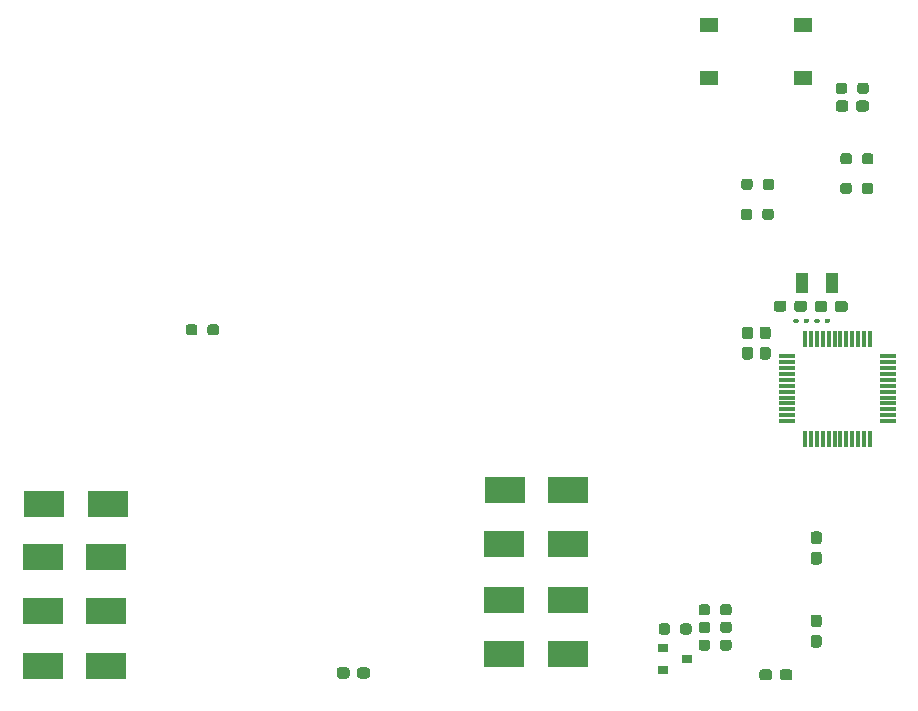
<source format=gbr>
G04 #@! TF.GenerationSoftware,KiCad,Pcbnew,5.1.9*
G04 #@! TF.CreationDate,2021-04-04T11:54:02+02:00*
G04 #@! TF.ProjectId,Robot volledig,526f626f-7420-4766-9f6c-6c656469672e,rev?*
G04 #@! TF.SameCoordinates,Original*
G04 #@! TF.FileFunction,Paste,Top*
G04 #@! TF.FilePolarity,Positive*
%FSLAX46Y46*%
G04 Gerber Fmt 4.6, Leading zero omitted, Abs format (unit mm)*
G04 Created by KiCad (PCBNEW 5.1.9) date 2021-04-04 11:54:02*
%MOMM*%
%LPD*%
G01*
G04 APERTURE LIST*
%ADD10R,1.550000X1.300000*%
%ADD11R,0.300000X1.475000*%
%ADD12R,1.475000X0.300000*%
%ADD13R,3.500000X2.300000*%
%ADD14R,1.000000X1.800000*%
%ADD15R,0.900000X0.800000*%
G04 APERTURE END LIST*
D10*
X181915000Y-68906000D03*
X189865000Y-68906000D03*
X181915000Y-73406000D03*
X189865000Y-73406000D03*
D11*
X190071560Y-95487480D03*
X190571560Y-95487480D03*
X191071560Y-95487480D03*
X191571560Y-95487480D03*
X192071560Y-95487480D03*
X192571560Y-95487480D03*
X193071560Y-95487480D03*
X193571560Y-95487480D03*
X194071560Y-95487480D03*
X194571560Y-95487480D03*
X195071560Y-95487480D03*
X195571560Y-95487480D03*
D12*
X197059560Y-96975480D03*
X197059560Y-97475480D03*
X197059560Y-97975480D03*
X197059560Y-98475480D03*
X197059560Y-98975480D03*
X197059560Y-99475480D03*
X197059560Y-99975480D03*
X197059560Y-100475480D03*
X197059560Y-100975480D03*
X197059560Y-101475480D03*
X197059560Y-101975480D03*
X197059560Y-102475480D03*
D11*
X195571560Y-103963480D03*
X195071560Y-103963480D03*
X194571560Y-103963480D03*
X194071560Y-103963480D03*
X193571560Y-103963480D03*
X193071560Y-103963480D03*
X192571560Y-103963480D03*
X192071560Y-103963480D03*
X191571560Y-103963480D03*
X191071560Y-103963480D03*
X190571560Y-103963480D03*
X190071560Y-103963480D03*
D12*
X188583560Y-102475480D03*
X188583560Y-101975480D03*
X188583560Y-101475480D03*
X188583560Y-100975480D03*
X188583560Y-100475480D03*
X188583560Y-99975480D03*
X188583560Y-99475480D03*
X188583560Y-98975480D03*
X188583560Y-98475480D03*
X188583560Y-97975480D03*
X188583560Y-97475480D03*
X188583560Y-96975480D03*
D13*
X130926840Y-123195080D03*
X125526840Y-123195080D03*
G36*
G01*
X152152060Y-124026940D02*
X152152060Y-123551940D01*
G75*
G02*
X152389560Y-123314440I237500J0D01*
G01*
X152989560Y-123314440D01*
G75*
G02*
X153227060Y-123551940I0J-237500D01*
G01*
X153227060Y-124026940D01*
G75*
G02*
X152989560Y-124264440I-237500J0D01*
G01*
X152389560Y-124264440D01*
G75*
G02*
X152152060Y-124026940I0J237500D01*
G01*
G37*
G36*
G01*
X150427060Y-124026940D02*
X150427060Y-123551940D01*
G75*
G02*
X150664560Y-123314440I237500J0D01*
G01*
X151264560Y-123314440D01*
G75*
G02*
X151502060Y-123551940I0J-237500D01*
G01*
X151502060Y-124026940D01*
G75*
G02*
X151264560Y-124264440I-237500J0D01*
G01*
X150664560Y-124264440D01*
G75*
G02*
X150427060Y-124026940I0J237500D01*
G01*
G37*
G36*
G01*
X186927500Y-95533500D02*
X186452500Y-95533500D01*
G75*
G02*
X186215000Y-95296000I0J237500D01*
G01*
X186215000Y-94696000D01*
G75*
G02*
X186452500Y-94458500I237500J0D01*
G01*
X186927500Y-94458500D01*
G75*
G02*
X187165000Y-94696000I0J-237500D01*
G01*
X187165000Y-95296000D01*
G75*
G02*
X186927500Y-95533500I-237500J0D01*
G01*
G37*
G36*
G01*
X186927500Y-97258500D02*
X186452500Y-97258500D01*
G75*
G02*
X186215000Y-97021000I0J237500D01*
G01*
X186215000Y-96421000D01*
G75*
G02*
X186452500Y-96183500I237500J0D01*
G01*
X186927500Y-96183500D01*
G75*
G02*
X187165000Y-96421000I0J-237500D01*
G01*
X187165000Y-97021000D01*
G75*
G02*
X186927500Y-97258500I-237500J0D01*
G01*
G37*
G36*
G01*
X184953900Y-96183500D02*
X185428900Y-96183500D01*
G75*
G02*
X185666400Y-96421000I0J-237500D01*
G01*
X185666400Y-97021000D01*
G75*
G02*
X185428900Y-97258500I-237500J0D01*
G01*
X184953900Y-97258500D01*
G75*
G02*
X184716400Y-97021000I0J237500D01*
G01*
X184716400Y-96421000D01*
G75*
G02*
X184953900Y-96183500I237500J0D01*
G01*
G37*
G36*
G01*
X184953900Y-94458500D02*
X185428900Y-94458500D01*
G75*
G02*
X185666400Y-94696000I0J-237500D01*
G01*
X185666400Y-95296000D01*
G75*
G02*
X185428900Y-95533500I-237500J0D01*
G01*
X184953900Y-95533500D01*
G75*
G02*
X184716400Y-95296000I0J237500D01*
G01*
X184716400Y-94696000D01*
G75*
G02*
X184953900Y-94458500I237500J0D01*
G01*
G37*
G36*
G01*
X189941500Y-94070000D02*
X189941500Y-93890000D01*
G75*
G02*
X190031500Y-93800000I90000J0D01*
G01*
X190309500Y-93800000D01*
G75*
G02*
X190399500Y-93890000I0J-90000D01*
G01*
X190399500Y-94070000D01*
G75*
G02*
X190309500Y-94160000I-90000J0D01*
G01*
X190031500Y-94160000D01*
G75*
G02*
X189941500Y-94070000I0J90000D01*
G01*
G37*
G36*
G01*
X189076500Y-94070000D02*
X189076500Y-93890000D01*
G75*
G02*
X189166500Y-93800000I90000J0D01*
G01*
X189444500Y-93800000D01*
G75*
G02*
X189534500Y-93890000I0J-90000D01*
G01*
X189534500Y-94070000D01*
G75*
G02*
X189444500Y-94160000I-90000J0D01*
G01*
X189166500Y-94160000D01*
G75*
G02*
X189076500Y-94070000I0J90000D01*
G01*
G37*
G36*
G01*
X191312500Y-93890000D02*
X191312500Y-94070000D01*
G75*
G02*
X191222500Y-94160000I-90000J0D01*
G01*
X190944500Y-94160000D01*
G75*
G02*
X190854500Y-94070000I0J90000D01*
G01*
X190854500Y-93890000D01*
G75*
G02*
X190944500Y-93800000I90000J0D01*
G01*
X191222500Y-93800000D01*
G75*
G02*
X191312500Y-93890000I0J-90000D01*
G01*
G37*
G36*
G01*
X192177500Y-93890000D02*
X192177500Y-94070000D01*
G75*
G02*
X192087500Y-94160000I-90000J0D01*
G01*
X191809500Y-94160000D01*
G75*
G02*
X191719500Y-94070000I0J90000D01*
G01*
X191719500Y-93890000D01*
G75*
G02*
X191809500Y-93800000I90000J0D01*
G01*
X192087500Y-93800000D01*
G75*
G02*
X192177500Y-93890000I0J-90000D01*
G01*
G37*
G36*
G01*
X192672340Y-76031100D02*
X192672340Y-75556100D01*
G75*
G02*
X192909840Y-75318600I237500J0D01*
G01*
X193509840Y-75318600D01*
G75*
G02*
X193747340Y-75556100I0J-237500D01*
G01*
X193747340Y-76031100D01*
G75*
G02*
X193509840Y-76268600I-237500J0D01*
G01*
X192909840Y-76268600D01*
G75*
G02*
X192672340Y-76031100I0J237500D01*
G01*
G37*
G36*
G01*
X194397340Y-76031100D02*
X194397340Y-75556100D01*
G75*
G02*
X194634840Y-75318600I237500J0D01*
G01*
X195234840Y-75318600D01*
G75*
G02*
X195472340Y-75556100I0J-237500D01*
G01*
X195472340Y-76031100D01*
G75*
G02*
X195234840Y-76268600I-237500J0D01*
G01*
X194634840Y-76268600D01*
G75*
G02*
X194397340Y-76031100I0J237500D01*
G01*
G37*
G36*
G01*
X189149700Y-92972900D02*
X189149700Y-92497900D01*
G75*
G02*
X189387200Y-92260400I237500J0D01*
G01*
X189987200Y-92260400D01*
G75*
G02*
X190224700Y-92497900I0J-237500D01*
G01*
X190224700Y-92972900D01*
G75*
G02*
X189987200Y-93210400I-237500J0D01*
G01*
X189387200Y-93210400D01*
G75*
G02*
X189149700Y-92972900I0J237500D01*
G01*
G37*
G36*
G01*
X187424700Y-92972900D02*
X187424700Y-92497900D01*
G75*
G02*
X187662200Y-92260400I237500J0D01*
G01*
X188262200Y-92260400D01*
G75*
G02*
X188499700Y-92497900I0J-237500D01*
G01*
X188499700Y-92972900D01*
G75*
G02*
X188262200Y-93210400I-237500J0D01*
G01*
X187662200Y-93210400D01*
G75*
G02*
X187424700Y-92972900I0J237500D01*
G01*
G37*
G36*
G01*
X193678000Y-92523300D02*
X193678000Y-92998300D01*
G75*
G02*
X193440500Y-93235800I-237500J0D01*
G01*
X192840500Y-93235800D01*
G75*
G02*
X192603000Y-92998300I0J237500D01*
G01*
X192603000Y-92523300D01*
G75*
G02*
X192840500Y-92285800I237500J0D01*
G01*
X193440500Y-92285800D01*
G75*
G02*
X193678000Y-92523300I0J-237500D01*
G01*
G37*
G36*
G01*
X191953000Y-92523300D02*
X191953000Y-92998300D01*
G75*
G02*
X191715500Y-93235800I-237500J0D01*
G01*
X191115500Y-93235800D01*
G75*
G02*
X190878000Y-92998300I0J237500D01*
G01*
X190878000Y-92523300D01*
G75*
G02*
X191115500Y-92285800I237500J0D01*
G01*
X191715500Y-92285800D01*
G75*
G02*
X191953000Y-92523300I0J-237500D01*
G01*
G37*
G36*
G01*
X190787500Y-113537500D02*
X191262500Y-113537500D01*
G75*
G02*
X191500000Y-113775000I0J-237500D01*
G01*
X191500000Y-114375000D01*
G75*
G02*
X191262500Y-114612500I-237500J0D01*
G01*
X190787500Y-114612500D01*
G75*
G02*
X190550000Y-114375000I0J237500D01*
G01*
X190550000Y-113775000D01*
G75*
G02*
X190787500Y-113537500I237500J0D01*
G01*
G37*
G36*
G01*
X190787500Y-111812500D02*
X191262500Y-111812500D01*
G75*
G02*
X191500000Y-112050000I0J-237500D01*
G01*
X191500000Y-112650000D01*
G75*
G02*
X191262500Y-112887500I-237500J0D01*
G01*
X190787500Y-112887500D01*
G75*
G02*
X190550000Y-112650000I0J237500D01*
G01*
X190550000Y-112050000D01*
G75*
G02*
X190787500Y-111812500I237500J0D01*
G01*
G37*
G36*
G01*
X191245500Y-121642500D02*
X190770500Y-121642500D01*
G75*
G02*
X190533000Y-121405000I0J237500D01*
G01*
X190533000Y-120805000D01*
G75*
G02*
X190770500Y-120567500I237500J0D01*
G01*
X191245500Y-120567500D01*
G75*
G02*
X191483000Y-120805000I0J-237500D01*
G01*
X191483000Y-121405000D01*
G75*
G02*
X191245500Y-121642500I-237500J0D01*
G01*
G37*
G36*
G01*
X191245500Y-119917500D02*
X190770500Y-119917500D01*
G75*
G02*
X190533000Y-119680000I0J237500D01*
G01*
X190533000Y-119080000D01*
G75*
G02*
X190770500Y-118842500I237500J0D01*
G01*
X191245500Y-118842500D01*
G75*
G02*
X191483000Y-119080000I0J-237500D01*
G01*
X191483000Y-119680000D01*
G75*
G02*
X191245500Y-119917500I-237500J0D01*
G01*
G37*
G36*
G01*
X187280500Y-123714500D02*
X187280500Y-124189500D01*
G75*
G02*
X187043000Y-124427000I-237500J0D01*
G01*
X186443000Y-124427000D01*
G75*
G02*
X186205500Y-124189500I0J237500D01*
G01*
X186205500Y-123714500D01*
G75*
G02*
X186443000Y-123477000I237500J0D01*
G01*
X187043000Y-123477000D01*
G75*
G02*
X187280500Y-123714500I0J-237500D01*
G01*
G37*
G36*
G01*
X189005500Y-123714500D02*
X189005500Y-124189500D01*
G75*
G02*
X188768000Y-124427000I-237500J0D01*
G01*
X188168000Y-124427000D01*
G75*
G02*
X187930500Y-124189500I0J237500D01*
G01*
X187930500Y-123714500D01*
G75*
G02*
X188168000Y-123477000I237500J0D01*
G01*
X188768000Y-123477000D01*
G75*
G02*
X189005500Y-123714500I0J-237500D01*
G01*
G37*
G36*
G01*
X195456000Y-74057500D02*
X195456000Y-74532500D01*
G75*
G02*
X195218500Y-74770000I-237500J0D01*
G01*
X194718500Y-74770000D01*
G75*
G02*
X194481000Y-74532500I0J237500D01*
G01*
X194481000Y-74057500D01*
G75*
G02*
X194718500Y-73820000I237500J0D01*
G01*
X195218500Y-73820000D01*
G75*
G02*
X195456000Y-74057500I0J-237500D01*
G01*
G37*
G36*
G01*
X193631000Y-74057500D02*
X193631000Y-74532500D01*
G75*
G02*
X193393500Y-74770000I-237500J0D01*
G01*
X192893500Y-74770000D01*
G75*
G02*
X192656000Y-74532500I0J237500D01*
G01*
X192656000Y-74057500D01*
G75*
G02*
X192893500Y-73820000I237500J0D01*
G01*
X193393500Y-73820000D01*
G75*
G02*
X193631000Y-74057500I0J-237500D01*
G01*
G37*
G36*
G01*
X177673180Y-120303300D02*
X177673180Y-119828300D01*
G75*
G02*
X177910680Y-119590800I237500J0D01*
G01*
X178410680Y-119590800D01*
G75*
G02*
X178648180Y-119828300I0J-237500D01*
G01*
X178648180Y-120303300D01*
G75*
G02*
X178410680Y-120540800I-237500J0D01*
G01*
X177910680Y-120540800D01*
G75*
G02*
X177673180Y-120303300I0J237500D01*
G01*
G37*
G36*
G01*
X179498180Y-120303300D02*
X179498180Y-119828300D01*
G75*
G02*
X179735680Y-119590800I237500J0D01*
G01*
X180235680Y-119590800D01*
G75*
G02*
X180473180Y-119828300I0J-237500D01*
G01*
X180473180Y-120303300D01*
G75*
G02*
X180235680Y-120540800I-237500J0D01*
G01*
X179735680Y-120540800D01*
G75*
G02*
X179498180Y-120303300I0J237500D01*
G01*
G37*
G36*
G01*
X139466500Y-94979500D02*
X139466500Y-94504500D01*
G75*
G02*
X139704000Y-94267000I237500J0D01*
G01*
X140204000Y-94267000D01*
G75*
G02*
X140441500Y-94504500I0J-237500D01*
G01*
X140441500Y-94979500D01*
G75*
G02*
X140204000Y-95217000I-237500J0D01*
G01*
X139704000Y-95217000D01*
G75*
G02*
X139466500Y-94979500I0J237500D01*
G01*
G37*
G36*
G01*
X137641500Y-94979500D02*
X137641500Y-94504500D01*
G75*
G02*
X137879000Y-94267000I237500J0D01*
G01*
X138379000Y-94267000D01*
G75*
G02*
X138616500Y-94504500I0J-237500D01*
G01*
X138616500Y-94979500D01*
G75*
G02*
X138379000Y-95217000I-237500J0D01*
G01*
X137879000Y-95217000D01*
G75*
G02*
X137641500Y-94979500I0J237500D01*
G01*
G37*
G36*
G01*
X184655000Y-82660500D02*
X184655000Y-82185500D01*
G75*
G02*
X184892500Y-81948000I237500J0D01*
G01*
X185392500Y-81948000D01*
G75*
G02*
X185630000Y-82185500I0J-237500D01*
G01*
X185630000Y-82660500D01*
G75*
G02*
X185392500Y-82898000I-237500J0D01*
G01*
X184892500Y-82898000D01*
G75*
G02*
X184655000Y-82660500I0J237500D01*
G01*
G37*
G36*
G01*
X186480000Y-82660500D02*
X186480000Y-82185500D01*
G75*
G02*
X186717500Y-81948000I237500J0D01*
G01*
X187217500Y-81948000D01*
G75*
G02*
X187455000Y-82185500I0J-237500D01*
G01*
X187455000Y-82660500D01*
G75*
G02*
X187217500Y-82898000I-237500J0D01*
G01*
X186717500Y-82898000D01*
G75*
G02*
X186480000Y-82660500I0J237500D01*
G01*
G37*
G36*
G01*
X185606500Y-84725500D02*
X185606500Y-85200500D01*
G75*
G02*
X185369000Y-85438000I-237500J0D01*
G01*
X184869000Y-85438000D01*
G75*
G02*
X184631500Y-85200500I0J237500D01*
G01*
X184631500Y-84725500D01*
G75*
G02*
X184869000Y-84488000I237500J0D01*
G01*
X185369000Y-84488000D01*
G75*
G02*
X185606500Y-84725500I0J-237500D01*
G01*
G37*
G36*
G01*
X187431500Y-84725500D02*
X187431500Y-85200500D01*
G75*
G02*
X187194000Y-85438000I-237500J0D01*
G01*
X186694000Y-85438000D01*
G75*
G02*
X186456500Y-85200500I0J237500D01*
G01*
X186456500Y-84725500D01*
G75*
G02*
X186694000Y-84488000I237500J0D01*
G01*
X187194000Y-84488000D01*
G75*
G02*
X187431500Y-84725500I0J-237500D01*
G01*
G37*
G36*
G01*
X183855180Y-118202700D02*
X183855180Y-118677700D01*
G75*
G02*
X183617680Y-118915200I-237500J0D01*
G01*
X183117680Y-118915200D01*
G75*
G02*
X182880180Y-118677700I0J237500D01*
G01*
X182880180Y-118202700D01*
G75*
G02*
X183117680Y-117965200I237500J0D01*
G01*
X183617680Y-117965200D01*
G75*
G02*
X183855180Y-118202700I0J-237500D01*
G01*
G37*
G36*
G01*
X182030180Y-118202700D02*
X182030180Y-118677700D01*
G75*
G02*
X181792680Y-118915200I-237500J0D01*
G01*
X181292680Y-118915200D01*
G75*
G02*
X181055180Y-118677700I0J237500D01*
G01*
X181055180Y-118202700D01*
G75*
G02*
X181292680Y-117965200I237500J0D01*
G01*
X181792680Y-117965200D01*
G75*
G02*
X182030180Y-118202700I0J-237500D01*
G01*
G37*
G36*
G01*
X181055180Y-120171220D02*
X181055180Y-119696220D01*
G75*
G02*
X181292680Y-119458720I237500J0D01*
G01*
X181792680Y-119458720D01*
G75*
G02*
X182030180Y-119696220I0J-237500D01*
G01*
X182030180Y-120171220D01*
G75*
G02*
X181792680Y-120408720I-237500J0D01*
G01*
X181292680Y-120408720D01*
G75*
G02*
X181055180Y-120171220I0J237500D01*
G01*
G37*
G36*
G01*
X182880180Y-120171220D02*
X182880180Y-119696220D01*
G75*
G02*
X183117680Y-119458720I237500J0D01*
G01*
X183617680Y-119458720D01*
G75*
G02*
X183855180Y-119696220I0J-237500D01*
G01*
X183855180Y-120171220D01*
G75*
G02*
X183617680Y-120408720I-237500J0D01*
G01*
X183117680Y-120408720D01*
G75*
G02*
X182880180Y-120171220I0J237500D01*
G01*
G37*
G36*
G01*
X182875100Y-121674900D02*
X182875100Y-121199900D01*
G75*
G02*
X183112600Y-120962400I237500J0D01*
G01*
X183612600Y-120962400D01*
G75*
G02*
X183850100Y-121199900I0J-237500D01*
G01*
X183850100Y-121674900D01*
G75*
G02*
X183612600Y-121912400I-237500J0D01*
G01*
X183112600Y-121912400D01*
G75*
G02*
X182875100Y-121674900I0J237500D01*
G01*
G37*
G36*
G01*
X181050100Y-121674900D02*
X181050100Y-121199900D01*
G75*
G02*
X181287600Y-120962400I237500J0D01*
G01*
X181787600Y-120962400D01*
G75*
G02*
X182025100Y-121199900I0J-237500D01*
G01*
X182025100Y-121674900D01*
G75*
G02*
X181787600Y-121912400I-237500J0D01*
G01*
X181287600Y-121912400D01*
G75*
G02*
X181050100Y-121674900I0J237500D01*
G01*
G37*
D14*
X189828800Y-90754200D03*
X192328800Y-90754200D03*
D13*
X164566600Y-117586760D03*
X169966600Y-117586760D03*
X164566600Y-122168920D03*
X169966600Y-122168920D03*
X169992000Y-112913160D03*
X164592000Y-112913160D03*
X164627560Y-108295440D03*
X170027560Y-108295440D03*
X130911600Y-113969800D03*
X125511600Y-113969800D03*
X125648760Y-109448600D03*
X131048760Y-109448600D03*
X125511600Y-118516400D03*
X130911600Y-118516400D03*
D15*
X178064920Y-121681200D03*
X178064920Y-123581200D03*
X180064920Y-122631200D03*
G36*
G01*
X194886001Y-80494501D02*
X194886001Y-80019501D01*
G75*
G02*
X195123501Y-79782001I237500J0D01*
G01*
X195623501Y-79782001D01*
G75*
G02*
X195861001Y-80019501I0J-237500D01*
G01*
X195861001Y-80494501D01*
G75*
G02*
X195623501Y-80732001I-237500J0D01*
G01*
X195123501Y-80732001D01*
G75*
G02*
X194886001Y-80494501I0J237500D01*
G01*
G37*
G36*
G01*
X193061001Y-80494501D02*
X193061001Y-80019501D01*
G75*
G02*
X193298501Y-79782001I237500J0D01*
G01*
X193798501Y-79782001D01*
G75*
G02*
X194036001Y-80019501I0J-237500D01*
G01*
X194036001Y-80494501D01*
G75*
G02*
X193798501Y-80732001I-237500J0D01*
G01*
X193298501Y-80732001D01*
G75*
G02*
X193061001Y-80494501I0J237500D01*
G01*
G37*
G36*
G01*
X195861001Y-82529501D02*
X195861001Y-83004501D01*
G75*
G02*
X195623501Y-83242001I-237500J0D01*
G01*
X195123501Y-83242001D01*
G75*
G02*
X194886001Y-83004501I0J237500D01*
G01*
X194886001Y-82529501D01*
G75*
G02*
X195123501Y-82292001I237500J0D01*
G01*
X195623501Y-82292001D01*
G75*
G02*
X195861001Y-82529501I0J-237500D01*
G01*
G37*
G36*
G01*
X194036001Y-82529501D02*
X194036001Y-83004501D01*
G75*
G02*
X193798501Y-83242001I-237500J0D01*
G01*
X193298501Y-83242001D01*
G75*
G02*
X193061001Y-83004501I0J237500D01*
G01*
X193061001Y-82529501D01*
G75*
G02*
X193298501Y-82292001I237500J0D01*
G01*
X193798501Y-82292001D01*
G75*
G02*
X194036001Y-82529501I0J-237500D01*
G01*
G37*
M02*

</source>
